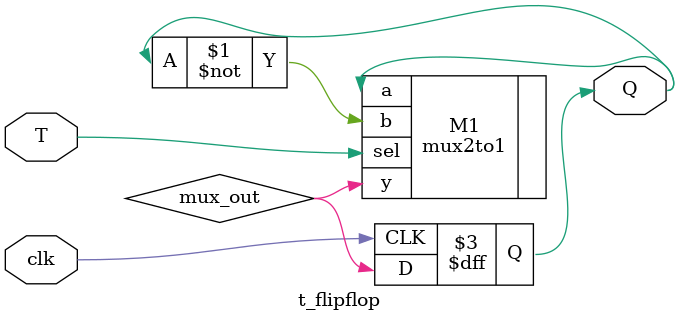
<source format=v>
module t_flipflop (
    input clk,
    input T,
    output reg Q
);

    wire mux_out;

    // 2:1 MUX instance
    mux2to1 M1 (
        .a(Q),
        .b(~Q),
        .sel(T),
        .y(mux_out)
    );

    // D Flip-Flop behavior
    always @(posedge clk) begin
        Q <= mux_out;
    end

endmodule
</source>
